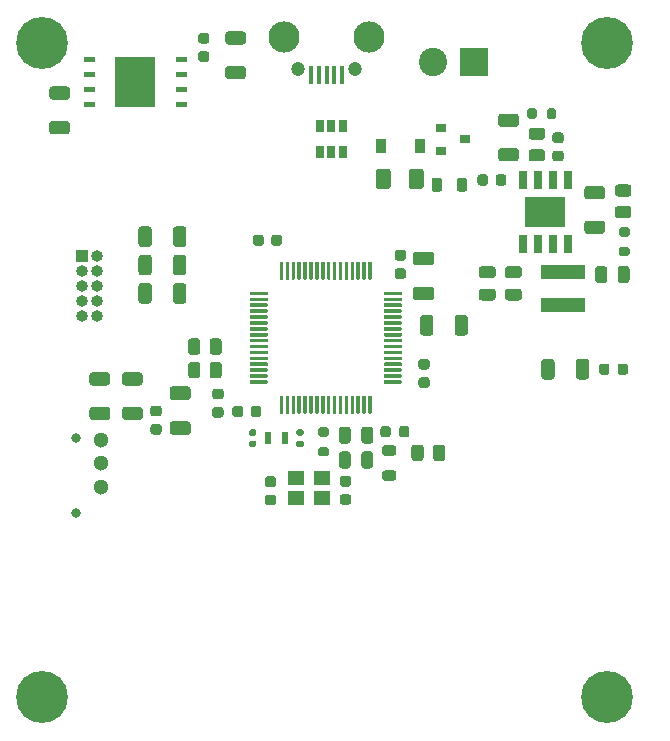
<source format=gbr>
%TF.GenerationSoftware,KiCad,Pcbnew,(5.1.10)-1*%
%TF.CreationDate,2021-09-19T12:36:10+02:00*%
%TF.ProjectId,stm32f446re_carrier_board,73746d33-3266-4343-9436-72655f636172,rev?*%
%TF.SameCoordinates,Original*%
%TF.FileFunction,Soldermask,Top*%
%TF.FilePolarity,Negative*%
%FSLAX46Y46*%
G04 Gerber Fmt 4.6, Leading zero omitted, Abs format (unit mm)*
G04 Created by KiCad (PCBNEW (5.1.10)-1) date 2021-09-19 12:36:10*
%MOMM*%
%LPD*%
G01*
G04 APERTURE LIST*
%ADD10R,3.400000X4.300000*%
%ADD11C,0.800000*%
%ADD12C,1.300000*%
%ADD13R,0.600000X1.100000*%
%ADD14R,1.400000X1.200000*%
%ADD15O,1.000000X1.000000*%
%ADD16R,1.000000X1.000000*%
%ADD17R,3.700000X1.200000*%
%ADD18C,2.400000*%
%ADD19R,2.400000X2.400000*%
%ADD20C,0.700000*%
%ADD21C,4.400000*%
%ADD22R,0.900000X1.200000*%
%ADD23R,0.650000X1.060000*%
%ADD24R,0.900000X0.800000*%
%ADD25R,0.400000X1.600000*%
%ADD26C,2.640000*%
%ADD27C,1.200000*%
%ADD28R,0.700000X1.525000*%
%ADD29R,3.450000X2.560000*%
G04 APERTURE END LIST*
%TO.C,R19*%
G36*
G01*
X115074999Y-71400000D02*
X116325001Y-71400000D01*
G75*
G02*
X116575000Y-71649999I0J-249999D01*
G01*
X116575000Y-72275001D01*
G75*
G02*
X116325001Y-72525000I-249999J0D01*
G01*
X115074999Y-72525000D01*
G75*
G02*
X114825000Y-72275001I0J249999D01*
G01*
X114825000Y-71649999D01*
G75*
G02*
X115074999Y-71400000I249999J0D01*
G01*
G37*
G36*
G01*
X115074999Y-68475000D02*
X116325001Y-68475000D01*
G75*
G02*
X116575000Y-68724999I0J-249999D01*
G01*
X116575000Y-69350001D01*
G75*
G02*
X116325001Y-69600000I-249999J0D01*
G01*
X115074999Y-69600000D01*
G75*
G02*
X114825000Y-69350001I0J249999D01*
G01*
X114825000Y-68724999D01*
G75*
G02*
X115074999Y-68475000I249999J0D01*
G01*
G37*
%TD*%
%TO.C,R18*%
G36*
G01*
X131225001Y-64937500D02*
X129974999Y-64937500D01*
G75*
G02*
X129725000Y-64687501I0J249999D01*
G01*
X129725000Y-64062499D01*
G75*
G02*
X129974999Y-63812500I249999J0D01*
G01*
X131225001Y-63812500D01*
G75*
G02*
X131475000Y-64062499I0J-249999D01*
G01*
X131475000Y-64687501D01*
G75*
G02*
X131225001Y-64937500I-249999J0D01*
G01*
G37*
G36*
G01*
X131225001Y-67862500D02*
X129974999Y-67862500D01*
G75*
G02*
X129725000Y-67612501I0J249999D01*
G01*
X129725000Y-66987499D01*
G75*
G02*
X129974999Y-66737500I249999J0D01*
G01*
X131225001Y-66737500D01*
G75*
G02*
X131475000Y-66987499I0J-249999D01*
G01*
X131475000Y-67612501D01*
G75*
G02*
X131225001Y-67862500I-249999J0D01*
G01*
G37*
%TD*%
%TO.C,C20*%
G36*
G01*
X128150000Y-64850000D02*
X127650000Y-64850000D01*
G75*
G02*
X127425000Y-64625000I0J225000D01*
G01*
X127425000Y-64175000D01*
G75*
G02*
X127650000Y-63950000I225000J0D01*
G01*
X128150000Y-63950000D01*
G75*
G02*
X128375000Y-64175000I0J-225000D01*
G01*
X128375000Y-64625000D01*
G75*
G02*
X128150000Y-64850000I-225000J0D01*
G01*
G37*
G36*
G01*
X128150000Y-66400000D02*
X127650000Y-66400000D01*
G75*
G02*
X127425000Y-66175000I0J225000D01*
G01*
X127425000Y-65725000D01*
G75*
G02*
X127650000Y-65500000I225000J0D01*
G01*
X128150000Y-65500000D01*
G75*
G02*
X128375000Y-65725000I0J-225000D01*
G01*
X128375000Y-66175000D01*
G75*
G02*
X128150000Y-66400000I-225000J0D01*
G01*
G37*
%TD*%
%TO.C,U3*%
G36*
G01*
X117735000Y-67619000D02*
X117735000Y-67311000D01*
G75*
G02*
X117801000Y-67245000I66000J0D01*
G01*
X118609000Y-67245000D01*
G75*
G02*
X118675000Y-67311000I0J-66000D01*
G01*
X118675000Y-67619000D01*
G75*
G02*
X118609000Y-67685000I-66000J0D01*
G01*
X117801000Y-67685000D01*
G75*
G02*
X117735000Y-67619000I0J66000D01*
G01*
G37*
G36*
G01*
X117735000Y-68889000D02*
X117735000Y-68581000D01*
G75*
G02*
X117801000Y-68515000I66000J0D01*
G01*
X118609000Y-68515000D01*
G75*
G02*
X118675000Y-68581000I0J-66000D01*
G01*
X118675000Y-68889000D01*
G75*
G02*
X118609000Y-68955000I-66000J0D01*
G01*
X117801000Y-68955000D01*
G75*
G02*
X117735000Y-68889000I0J66000D01*
G01*
G37*
G36*
G01*
X117735000Y-70159000D02*
X117735000Y-69851000D01*
G75*
G02*
X117801000Y-69785000I66000J0D01*
G01*
X118609000Y-69785000D01*
G75*
G02*
X118675000Y-69851000I0J-66000D01*
G01*
X118675000Y-70159000D01*
G75*
G02*
X118609000Y-70225000I-66000J0D01*
G01*
X117801000Y-70225000D01*
G75*
G02*
X117735000Y-70159000I0J66000D01*
G01*
G37*
G36*
G01*
X117735000Y-66349000D02*
X117735000Y-66041000D01*
G75*
G02*
X117801000Y-65975000I66000J0D01*
G01*
X118609000Y-65975000D01*
G75*
G02*
X118675000Y-66041000I0J-66000D01*
G01*
X118675000Y-66349000D01*
G75*
G02*
X118609000Y-66415000I-66000J0D01*
G01*
X117801000Y-66415000D01*
G75*
G02*
X117735000Y-66349000I0J66000D01*
G01*
G37*
G36*
G01*
X125525000Y-67619000D02*
X125525000Y-67311000D01*
G75*
G02*
X125591000Y-67245000I66000J0D01*
G01*
X126399000Y-67245000D01*
G75*
G02*
X126465000Y-67311000I0J-66000D01*
G01*
X126465000Y-67619000D01*
G75*
G02*
X126399000Y-67685000I-66000J0D01*
G01*
X125591000Y-67685000D01*
G75*
G02*
X125525000Y-67619000I0J66000D01*
G01*
G37*
G36*
G01*
X125525000Y-68889000D02*
X125525000Y-68581000D01*
G75*
G02*
X125591000Y-68515000I66000J0D01*
G01*
X126399000Y-68515000D01*
G75*
G02*
X126465000Y-68581000I0J-66000D01*
G01*
X126465000Y-68889000D01*
G75*
G02*
X126399000Y-68955000I-66000J0D01*
G01*
X125591000Y-68955000D01*
G75*
G02*
X125525000Y-68889000I0J66000D01*
G01*
G37*
G36*
G01*
X125525000Y-70159000D02*
X125525000Y-69851000D01*
G75*
G02*
X125591000Y-69785000I66000J0D01*
G01*
X126399000Y-69785000D01*
G75*
G02*
X126465000Y-69851000I0J-66000D01*
G01*
X126465000Y-70159000D01*
G75*
G02*
X126399000Y-70225000I-66000J0D01*
G01*
X125591000Y-70225000D01*
G75*
G02*
X125525000Y-70159000I0J66000D01*
G01*
G37*
G36*
G01*
X125525000Y-66349000D02*
X125525000Y-66041000D01*
G75*
G02*
X125591000Y-65975000I66000J0D01*
G01*
X126399000Y-65975000D01*
G75*
G02*
X126465000Y-66041000I0J-66000D01*
G01*
X126465000Y-66349000D01*
G75*
G02*
X126399000Y-66415000I-66000J0D01*
G01*
X125591000Y-66415000D01*
G75*
G02*
X125525000Y-66349000I0J66000D01*
G01*
G37*
D10*
X122100000Y-68100000D03*
%TD*%
D11*
%TO.C,SW1*%
X117100000Y-104550000D03*
X117090000Y-98250000D03*
D12*
X119210000Y-100400000D03*
X119210000Y-98400000D03*
X119200000Y-102400000D03*
%TD*%
D13*
%TO.C,Y2*%
X134750000Y-98250000D03*
X133350000Y-98250000D03*
%TD*%
D14*
%TO.C,Y1*%
X135700000Y-101650000D03*
X137900000Y-101650000D03*
X137900000Y-103350000D03*
X135700000Y-103350000D03*
%TD*%
%TO.C,R13*%
G36*
G01*
X156090000Y-70510000D02*
X156090000Y-71060000D01*
G75*
G02*
X155890000Y-71260000I-200000J0D01*
G01*
X155490000Y-71260000D01*
G75*
G02*
X155290000Y-71060000I0J200000D01*
G01*
X155290000Y-70510000D01*
G75*
G02*
X155490000Y-70310000I200000J0D01*
G01*
X155890000Y-70310000D01*
G75*
G02*
X156090000Y-70510000I0J-200000D01*
G01*
G37*
G36*
G01*
X157740000Y-70510000D02*
X157740000Y-71060000D01*
G75*
G02*
X157540000Y-71260000I-200000J0D01*
G01*
X157140000Y-71260000D01*
G75*
G02*
X156940000Y-71060000I0J200000D01*
G01*
X156940000Y-70510000D01*
G75*
G02*
X157140000Y-70310000I200000J0D01*
G01*
X157540000Y-70310000D01*
G75*
G02*
X157740000Y-70510000I0J-200000D01*
G01*
G37*
%TD*%
%TO.C,R12*%
G36*
G01*
X156550001Y-73000000D02*
X155649999Y-73000000D01*
G75*
G02*
X155400000Y-72750001I0J249999D01*
G01*
X155400000Y-72224999D01*
G75*
G02*
X155649999Y-71975000I249999J0D01*
G01*
X156550001Y-71975000D01*
G75*
G02*
X156800000Y-72224999I0J-249999D01*
G01*
X156800000Y-72750001D01*
G75*
G02*
X156550001Y-73000000I-249999J0D01*
G01*
G37*
G36*
G01*
X156550001Y-74825000D02*
X155649999Y-74825000D01*
G75*
G02*
X155400000Y-74575001I0J249999D01*
G01*
X155400000Y-74049999D01*
G75*
G02*
X155649999Y-73800000I249999J0D01*
G01*
X156550001Y-73800000D01*
G75*
G02*
X156800000Y-74049999I0J-249999D01*
G01*
X156800000Y-74575001D01*
G75*
G02*
X156550001Y-74825000I-249999J0D01*
G01*
G37*
%TD*%
%TO.C,R10*%
G36*
G01*
X121229999Y-95597500D02*
X122480001Y-95597500D01*
G75*
G02*
X122730000Y-95847499I0J-249999D01*
G01*
X122730000Y-96472501D01*
G75*
G02*
X122480001Y-96722500I-249999J0D01*
G01*
X121229999Y-96722500D01*
G75*
G02*
X120980000Y-96472501I0J249999D01*
G01*
X120980000Y-95847499D01*
G75*
G02*
X121229999Y-95597500I249999J0D01*
G01*
G37*
G36*
G01*
X121229999Y-92672500D02*
X122480001Y-92672500D01*
G75*
G02*
X122730000Y-92922499I0J-249999D01*
G01*
X122730000Y-93547501D01*
G75*
G02*
X122480001Y-93797500I-249999J0D01*
G01*
X121229999Y-93797500D01*
G75*
G02*
X120980000Y-93547501I0J249999D01*
G01*
X120980000Y-92922499D01*
G75*
G02*
X121229999Y-92672500I249999J0D01*
G01*
G37*
%TD*%
%TO.C,R9*%
G36*
G01*
X125300000Y-86625001D02*
X125300000Y-85374999D01*
G75*
G02*
X125549999Y-85125000I249999J0D01*
G01*
X126175001Y-85125000D01*
G75*
G02*
X126425000Y-85374999I0J-249999D01*
G01*
X126425000Y-86625001D01*
G75*
G02*
X126175001Y-86875000I-249999J0D01*
G01*
X125549999Y-86875000D01*
G75*
G02*
X125300000Y-86625001I0J249999D01*
G01*
G37*
G36*
G01*
X122375000Y-86625001D02*
X122375000Y-85374999D01*
G75*
G02*
X122624999Y-85125000I249999J0D01*
G01*
X123250001Y-85125000D01*
G75*
G02*
X123500000Y-85374999I0J-249999D01*
G01*
X123500000Y-86625001D01*
G75*
G02*
X123250001Y-86875000I-249999J0D01*
G01*
X122624999Y-86875000D01*
G75*
G02*
X122375000Y-86625001I0J249999D01*
G01*
G37*
%TD*%
%TO.C,R8*%
G36*
G01*
X125300000Y-84225001D02*
X125300000Y-82974999D01*
G75*
G02*
X125549999Y-82725000I249999J0D01*
G01*
X126175001Y-82725000D01*
G75*
G02*
X126425000Y-82974999I0J-249999D01*
G01*
X126425000Y-84225001D01*
G75*
G02*
X126175001Y-84475000I-249999J0D01*
G01*
X125549999Y-84475000D01*
G75*
G02*
X125300000Y-84225001I0J249999D01*
G01*
G37*
G36*
G01*
X122375000Y-84225001D02*
X122375000Y-82974999D01*
G75*
G02*
X122624999Y-82725000I249999J0D01*
G01*
X123250001Y-82725000D01*
G75*
G02*
X123500000Y-82974999I0J-249999D01*
G01*
X123500000Y-84225001D01*
G75*
G02*
X123250001Y-84475000I-249999J0D01*
G01*
X122624999Y-84475000D01*
G75*
G02*
X122375000Y-84225001I0J249999D01*
G01*
G37*
%TD*%
%TO.C,R7*%
G36*
G01*
X125300000Y-81825001D02*
X125300000Y-80574999D01*
G75*
G02*
X125549999Y-80325000I249999J0D01*
G01*
X126175001Y-80325000D01*
G75*
G02*
X126425000Y-80574999I0J-249999D01*
G01*
X126425000Y-81825001D01*
G75*
G02*
X126175001Y-82075000I-249999J0D01*
G01*
X125549999Y-82075000D01*
G75*
G02*
X125300000Y-81825001I0J249999D01*
G01*
G37*
G36*
G01*
X122375000Y-81825001D02*
X122375000Y-80574999D01*
G75*
G02*
X122624999Y-80325000I249999J0D01*
G01*
X123250001Y-80325000D01*
G75*
G02*
X123500000Y-80574999I0J-249999D01*
G01*
X123500000Y-81825001D01*
G75*
G02*
X123250001Y-82075000I-249999J0D01*
G01*
X122624999Y-82075000D01*
G75*
G02*
X122375000Y-81825001I0J249999D01*
G01*
G37*
%TD*%
%TO.C,R6*%
G36*
G01*
X127600000Y-92049999D02*
X127600000Y-92950001D01*
G75*
G02*
X127350001Y-93200000I-249999J0D01*
G01*
X126824999Y-93200000D01*
G75*
G02*
X126575000Y-92950001I0J249999D01*
G01*
X126575000Y-92049999D01*
G75*
G02*
X126824999Y-91800000I249999J0D01*
G01*
X127350001Y-91800000D01*
G75*
G02*
X127600000Y-92049999I0J-249999D01*
G01*
G37*
G36*
G01*
X129425000Y-92049999D02*
X129425000Y-92950001D01*
G75*
G02*
X129175001Y-93200000I-249999J0D01*
G01*
X128649999Y-93200000D01*
G75*
G02*
X128400000Y-92950001I0J249999D01*
G01*
X128400000Y-92049999D01*
G75*
G02*
X128649999Y-91800000I249999J0D01*
G01*
X129175001Y-91800000D01*
G75*
G02*
X129425000Y-92049999I0J-249999D01*
G01*
G37*
%TD*%
%TO.C,R5*%
G36*
G01*
X127600000Y-90049999D02*
X127600000Y-90950001D01*
G75*
G02*
X127350001Y-91200000I-249999J0D01*
G01*
X126824999Y-91200000D01*
G75*
G02*
X126575000Y-90950001I0J249999D01*
G01*
X126575000Y-90049999D01*
G75*
G02*
X126824999Y-89800000I249999J0D01*
G01*
X127350001Y-89800000D01*
G75*
G02*
X127600000Y-90049999I0J-249999D01*
G01*
G37*
G36*
G01*
X129425000Y-90049999D02*
X129425000Y-90950001D01*
G75*
G02*
X129175001Y-91200000I-249999J0D01*
G01*
X128649999Y-91200000D01*
G75*
G02*
X128400000Y-90950001I0J249999D01*
G01*
X128400000Y-90049999D01*
G75*
G02*
X128649999Y-89800000I249999J0D01*
G01*
X129175001Y-89800000D01*
G75*
G02*
X129425000Y-90049999I0J-249999D01*
G01*
G37*
%TD*%
%TO.C,R3*%
G36*
G01*
X137775000Y-99000000D02*
X138325000Y-99000000D01*
G75*
G02*
X138525000Y-99200000I0J-200000D01*
G01*
X138525000Y-99600000D01*
G75*
G02*
X138325000Y-99800000I-200000J0D01*
G01*
X137775000Y-99800000D01*
G75*
G02*
X137575000Y-99600000I0J200000D01*
G01*
X137575000Y-99200000D01*
G75*
G02*
X137775000Y-99000000I200000J0D01*
G01*
G37*
G36*
G01*
X137775000Y-97350000D02*
X138325000Y-97350000D01*
G75*
G02*
X138525000Y-97550000I0J-200000D01*
G01*
X138525000Y-97950000D01*
G75*
G02*
X138325000Y-98150000I-200000J0D01*
G01*
X137775000Y-98150000D01*
G75*
G02*
X137575000Y-97950000I0J200000D01*
G01*
X137575000Y-97550000D01*
G75*
G02*
X137775000Y-97350000I200000J0D01*
G01*
G37*
%TD*%
%TO.C,R2*%
G36*
G01*
X146512500Y-99049999D02*
X146512500Y-99950001D01*
G75*
G02*
X146262501Y-100200000I-249999J0D01*
G01*
X145737499Y-100200000D01*
G75*
G02*
X145487500Y-99950001I0J249999D01*
G01*
X145487500Y-99049999D01*
G75*
G02*
X145737499Y-98800000I249999J0D01*
G01*
X146262501Y-98800000D01*
G75*
G02*
X146512500Y-99049999I0J-249999D01*
G01*
G37*
G36*
G01*
X148337500Y-99049999D02*
X148337500Y-99950001D01*
G75*
G02*
X148087501Y-100200000I-249999J0D01*
G01*
X147562499Y-100200000D01*
G75*
G02*
X147312500Y-99950001I0J249999D01*
G01*
X147312500Y-99049999D01*
G75*
G02*
X147562499Y-98800000I249999J0D01*
G01*
X148087501Y-98800000D01*
G75*
G02*
X148337500Y-99049999I0J-249999D01*
G01*
G37*
%TD*%
D15*
%TO.C,J4*%
X118870000Y-87880000D03*
X117600000Y-87880000D03*
X118870000Y-86610000D03*
X117600000Y-86610000D03*
X118870000Y-85340000D03*
X117600000Y-85340000D03*
X118870000Y-84070000D03*
X117600000Y-84070000D03*
X118870000Y-82800000D03*
D16*
X117600000Y-82800000D03*
%TD*%
D17*
%TO.C,L1*%
X158300000Y-87000000D03*
X158300000Y-84200000D03*
%TD*%
%TO.C,R17*%
G36*
G01*
X163850001Y-77800000D02*
X162949999Y-77800000D01*
G75*
G02*
X162700000Y-77550001I0J249999D01*
G01*
X162700000Y-77024999D01*
G75*
G02*
X162949999Y-76775000I249999J0D01*
G01*
X163850001Y-76775000D01*
G75*
G02*
X164100000Y-77024999I0J-249999D01*
G01*
X164100000Y-77550001D01*
G75*
G02*
X163850001Y-77800000I-249999J0D01*
G01*
G37*
G36*
G01*
X163850001Y-79625000D02*
X162949999Y-79625000D01*
G75*
G02*
X162700000Y-79375001I0J249999D01*
G01*
X162700000Y-78849999D01*
G75*
G02*
X162949999Y-78600000I249999J0D01*
G01*
X163850001Y-78600000D01*
G75*
G02*
X164100000Y-78849999I0J-249999D01*
G01*
X164100000Y-79375001D01*
G75*
G02*
X163850001Y-79625000I-249999J0D01*
G01*
G37*
%TD*%
%TO.C,R16*%
G36*
G01*
X157600000Y-91794999D02*
X157600000Y-93045001D01*
G75*
G02*
X157350001Y-93295000I-249999J0D01*
G01*
X156724999Y-93295000D01*
G75*
G02*
X156475000Y-93045001I0J249999D01*
G01*
X156475000Y-91794999D01*
G75*
G02*
X156724999Y-91545000I249999J0D01*
G01*
X157350001Y-91545000D01*
G75*
G02*
X157600000Y-91794999I0J-249999D01*
G01*
G37*
G36*
G01*
X160525000Y-91794999D02*
X160525000Y-93045001D01*
G75*
G02*
X160275001Y-93295000I-249999J0D01*
G01*
X159649999Y-93295000D01*
G75*
G02*
X159400000Y-93045001I0J249999D01*
G01*
X159400000Y-91794999D01*
G75*
G02*
X159649999Y-91545000I249999J0D01*
G01*
X160275001Y-91545000D01*
G75*
G02*
X160525000Y-91794999I0J-249999D01*
G01*
G37*
%TD*%
%TO.C,R15*%
G36*
G01*
X163775000Y-81200000D02*
X163225000Y-81200000D01*
G75*
G02*
X163025000Y-81000000I0J200000D01*
G01*
X163025000Y-80600000D01*
G75*
G02*
X163225000Y-80400000I200000J0D01*
G01*
X163775000Y-80400000D01*
G75*
G02*
X163975000Y-80600000I0J-200000D01*
G01*
X163975000Y-81000000D01*
G75*
G02*
X163775000Y-81200000I-200000J0D01*
G01*
G37*
G36*
G01*
X163775000Y-82850000D02*
X163225000Y-82850000D01*
G75*
G02*
X163025000Y-82650000I0J200000D01*
G01*
X163025000Y-82250000D01*
G75*
G02*
X163225000Y-82050000I200000J0D01*
G01*
X163775000Y-82050000D01*
G75*
G02*
X163975000Y-82250000I0J-200000D01*
G01*
X163975000Y-82650000D01*
G75*
G02*
X163775000Y-82850000I-200000J0D01*
G01*
G37*
%TD*%
%TO.C,R14*%
G36*
G01*
X160374999Y-79842500D02*
X161625001Y-79842500D01*
G75*
G02*
X161875000Y-80092499I0J-249999D01*
G01*
X161875000Y-80717501D01*
G75*
G02*
X161625001Y-80967500I-249999J0D01*
G01*
X160374999Y-80967500D01*
G75*
G02*
X160125000Y-80717501I0J249999D01*
G01*
X160125000Y-80092499D01*
G75*
G02*
X160374999Y-79842500I249999J0D01*
G01*
G37*
G36*
G01*
X160374999Y-76917500D02*
X161625001Y-76917500D01*
G75*
G02*
X161875000Y-77167499I0J-249999D01*
G01*
X161875000Y-77792501D01*
G75*
G02*
X161625001Y-78042500I-249999J0D01*
G01*
X160374999Y-78042500D01*
G75*
G02*
X160125000Y-77792501I0J249999D01*
G01*
X160125000Y-77167499D01*
G75*
G02*
X160374999Y-76917500I249999J0D01*
G01*
G37*
%TD*%
%TO.C,R11*%
G36*
G01*
X153074999Y-73700000D02*
X154325001Y-73700000D01*
G75*
G02*
X154575000Y-73949999I0J-249999D01*
G01*
X154575000Y-74575001D01*
G75*
G02*
X154325001Y-74825000I-249999J0D01*
G01*
X153074999Y-74825000D01*
G75*
G02*
X152825000Y-74575001I0J249999D01*
G01*
X152825000Y-73949999D01*
G75*
G02*
X153074999Y-73700000I249999J0D01*
G01*
G37*
G36*
G01*
X153074999Y-70775000D02*
X154325001Y-70775000D01*
G75*
G02*
X154575000Y-71024999I0J-249999D01*
G01*
X154575000Y-71650001D01*
G75*
G02*
X154325001Y-71900000I-249999J0D01*
G01*
X153074999Y-71900000D01*
G75*
G02*
X152825000Y-71650001I0J249999D01*
G01*
X152825000Y-71024999D01*
G75*
G02*
X153074999Y-70775000I249999J0D01*
G01*
G37*
%TD*%
%TO.C,R4*%
G36*
G01*
X149137500Y-89325001D02*
X149137500Y-88074999D01*
G75*
G02*
X149387499Y-87825000I249999J0D01*
G01*
X150012501Y-87825000D01*
G75*
G02*
X150262500Y-88074999I0J-249999D01*
G01*
X150262500Y-89325001D01*
G75*
G02*
X150012501Y-89575000I-249999J0D01*
G01*
X149387499Y-89575000D01*
G75*
G02*
X149137500Y-89325001I0J249999D01*
G01*
G37*
G36*
G01*
X146212500Y-89325001D02*
X146212500Y-88074999D01*
G75*
G02*
X146462499Y-87825000I249999J0D01*
G01*
X147087501Y-87825000D01*
G75*
G02*
X147337500Y-88074999I0J-249999D01*
G01*
X147337500Y-89325001D01*
G75*
G02*
X147087501Y-89575000I-249999J0D01*
G01*
X146462499Y-89575000D01*
G75*
G02*
X146212500Y-89325001I0J249999D01*
G01*
G37*
%TD*%
%TO.C,R1*%
G36*
G01*
X119725001Y-93800000D02*
X118474999Y-93800000D01*
G75*
G02*
X118225000Y-93550001I0J249999D01*
G01*
X118225000Y-92924999D01*
G75*
G02*
X118474999Y-92675000I249999J0D01*
G01*
X119725001Y-92675000D01*
G75*
G02*
X119975000Y-92924999I0J-249999D01*
G01*
X119975000Y-93550001D01*
G75*
G02*
X119725001Y-93800000I-249999J0D01*
G01*
G37*
G36*
G01*
X119725001Y-96725000D02*
X118474999Y-96725000D01*
G75*
G02*
X118225000Y-96475001I0J249999D01*
G01*
X118225000Y-95849999D01*
G75*
G02*
X118474999Y-95600000I249999J0D01*
G01*
X119725001Y-95600000D01*
G75*
G02*
X119975000Y-95849999I0J-249999D01*
G01*
X119975000Y-96475001D01*
G75*
G02*
X119725001Y-96725000I-249999J0D01*
G01*
G37*
%TD*%
D18*
%TO.C,J1*%
X147300000Y-66400000D03*
D19*
X150800000Y-66400000D03*
%TD*%
D20*
%TO.C,H4*%
X115366726Y-119033274D03*
X114200000Y-118550000D03*
X113033274Y-119033274D03*
X112550000Y-120200000D03*
X113033274Y-121366726D03*
X114200000Y-121850000D03*
X115366726Y-121366726D03*
X115850000Y-120200000D03*
D21*
X114200000Y-120200000D03*
%TD*%
D20*
%TO.C,H3*%
X163166726Y-119033274D03*
X162000000Y-118550000D03*
X160833274Y-119033274D03*
X160350000Y-120200000D03*
X160833274Y-121366726D03*
X162000000Y-121850000D03*
X163166726Y-121366726D03*
X163650000Y-120200000D03*
D21*
X162000000Y-120200000D03*
%TD*%
D20*
%TO.C,H2*%
X115366726Y-63633274D03*
X114200000Y-63150000D03*
X113033274Y-63633274D03*
X112550000Y-64800000D03*
X113033274Y-65966726D03*
X114200000Y-66450000D03*
X115366726Y-65966726D03*
X115850000Y-64800000D03*
D21*
X114200000Y-64800000D03*
%TD*%
D20*
%TO.C,H1*%
X163166726Y-63633274D03*
X162000000Y-63150000D03*
X160833274Y-63633274D03*
X160350000Y-64800000D03*
X160833274Y-65966726D03*
X162000000Y-66450000D03*
X163166726Y-65966726D03*
X163650000Y-64800000D03*
D21*
X162000000Y-64800000D03*
%TD*%
%TO.C,FB2*%
G36*
G01*
X143218750Y-100987500D02*
X143981250Y-100987500D01*
G75*
G02*
X144200000Y-101206250I0J-218750D01*
G01*
X144200000Y-101643750D01*
G75*
G02*
X143981250Y-101862500I-218750J0D01*
G01*
X143218750Y-101862500D01*
G75*
G02*
X143000000Y-101643750I0J218750D01*
G01*
X143000000Y-101206250D01*
G75*
G02*
X143218750Y-100987500I218750J0D01*
G01*
G37*
G36*
G01*
X143218750Y-98862500D02*
X143981250Y-98862500D01*
G75*
G02*
X144200000Y-99081250I0J-218750D01*
G01*
X144200000Y-99518750D01*
G75*
G02*
X143981250Y-99737500I-218750J0D01*
G01*
X143218750Y-99737500D01*
G75*
G02*
X143000000Y-99518750I0J218750D01*
G01*
X143000000Y-99081250D01*
G75*
G02*
X143218750Y-98862500I218750J0D01*
G01*
G37*
%TD*%
%TO.C,FB1*%
G36*
G01*
X148075000Y-76418750D02*
X148075000Y-77181250D01*
G75*
G02*
X147856250Y-77400000I-218750J0D01*
G01*
X147418750Y-77400000D01*
G75*
G02*
X147200000Y-77181250I0J218750D01*
G01*
X147200000Y-76418750D01*
G75*
G02*
X147418750Y-76200000I218750J0D01*
G01*
X147856250Y-76200000D01*
G75*
G02*
X148075000Y-76418750I0J-218750D01*
G01*
G37*
G36*
G01*
X150200000Y-76418750D02*
X150200000Y-77181250D01*
G75*
G02*
X149981250Y-77400000I-218750J0D01*
G01*
X149543750Y-77400000D01*
G75*
G02*
X149325000Y-77181250I0J218750D01*
G01*
X149325000Y-76418750D01*
G75*
G02*
X149543750Y-76200000I218750J0D01*
G01*
X149981250Y-76200000D01*
G75*
G02*
X150200000Y-76418750I0J-218750D01*
G01*
G37*
%TD*%
%TO.C,F1*%
G36*
G01*
X145275000Y-76925000D02*
X145275000Y-75675000D01*
G75*
G02*
X145525000Y-75425000I250000J0D01*
G01*
X146275000Y-75425000D01*
G75*
G02*
X146525000Y-75675000I0J-250000D01*
G01*
X146525000Y-76925000D01*
G75*
G02*
X146275000Y-77175000I-250000J0D01*
G01*
X145525000Y-77175000D01*
G75*
G02*
X145275000Y-76925000I0J250000D01*
G01*
G37*
G36*
G01*
X142475000Y-76925000D02*
X142475000Y-75675000D01*
G75*
G02*
X142725000Y-75425000I250000J0D01*
G01*
X143475000Y-75425000D01*
G75*
G02*
X143725000Y-75675000I0J-250000D01*
G01*
X143725000Y-76925000D01*
G75*
G02*
X143475000Y-77175000I-250000J0D01*
G01*
X142725000Y-77175000D01*
G75*
G02*
X142475000Y-76925000I0J250000D01*
G01*
G37*
%TD*%
%TO.C,D3*%
G36*
G01*
X162950000Y-92676250D02*
X162950000Y-92163750D01*
G75*
G02*
X163168750Y-91945000I218750J0D01*
G01*
X163606250Y-91945000D01*
G75*
G02*
X163825000Y-92163750I0J-218750D01*
G01*
X163825000Y-92676250D01*
G75*
G02*
X163606250Y-92895000I-218750J0D01*
G01*
X163168750Y-92895000D01*
G75*
G02*
X162950000Y-92676250I0J218750D01*
G01*
G37*
G36*
G01*
X161375000Y-92676250D02*
X161375000Y-92163750D01*
G75*
G02*
X161593750Y-91945000I218750J0D01*
G01*
X162031250Y-91945000D01*
G75*
G02*
X162250000Y-92163750I0J-218750D01*
G01*
X162250000Y-92676250D01*
G75*
G02*
X162031250Y-92895000I-218750J0D01*
G01*
X161593750Y-92895000D01*
G75*
G02*
X161375000Y-92676250I0J218750D01*
G01*
G37*
%TD*%
D22*
%TO.C,D2*%
X142900000Y-73500000D03*
X146200000Y-73500000D03*
%TD*%
%TO.C,D1*%
G36*
G01*
X143737500Y-97443750D02*
X143737500Y-97956250D01*
G75*
G02*
X143518750Y-98175000I-218750J0D01*
G01*
X143081250Y-98175000D01*
G75*
G02*
X142862500Y-97956250I0J218750D01*
G01*
X142862500Y-97443750D01*
G75*
G02*
X143081250Y-97225000I218750J0D01*
G01*
X143518750Y-97225000D01*
G75*
G02*
X143737500Y-97443750I0J-218750D01*
G01*
G37*
G36*
G01*
X145312500Y-97443750D02*
X145312500Y-97956250D01*
G75*
G02*
X145093750Y-98175000I-218750J0D01*
G01*
X144656250Y-98175000D01*
G75*
G02*
X144437500Y-97956250I0J218750D01*
G01*
X144437500Y-97443750D01*
G75*
G02*
X144656250Y-97225000I218750J0D01*
G01*
X145093750Y-97225000D01*
G75*
G02*
X145312500Y-97443750I0J-218750D01*
G01*
G37*
%TD*%
%TO.C,C19*%
G36*
G01*
X135880000Y-98460000D02*
X136220000Y-98460000D01*
G75*
G02*
X136360000Y-98600000I0J-140000D01*
G01*
X136360000Y-98880000D01*
G75*
G02*
X136220000Y-99020000I-140000J0D01*
G01*
X135880000Y-99020000D01*
G75*
G02*
X135740000Y-98880000I0J140000D01*
G01*
X135740000Y-98600000D01*
G75*
G02*
X135880000Y-98460000I140000J0D01*
G01*
G37*
G36*
G01*
X135880000Y-97500000D02*
X136220000Y-97500000D01*
G75*
G02*
X136360000Y-97640000I0J-140000D01*
G01*
X136360000Y-97920000D01*
G75*
G02*
X136220000Y-98060000I-140000J0D01*
G01*
X135880000Y-98060000D01*
G75*
G02*
X135740000Y-97920000I0J140000D01*
G01*
X135740000Y-97640000D01*
G75*
G02*
X135880000Y-97500000I140000J0D01*
G01*
G37*
%TD*%
%TO.C,C18*%
G36*
G01*
X131880000Y-98460000D02*
X132220000Y-98460000D01*
G75*
G02*
X132360000Y-98600000I0J-140000D01*
G01*
X132360000Y-98880000D01*
G75*
G02*
X132220000Y-99020000I-140000J0D01*
G01*
X131880000Y-99020000D01*
G75*
G02*
X131740000Y-98880000I0J140000D01*
G01*
X131740000Y-98600000D01*
G75*
G02*
X131880000Y-98460000I140000J0D01*
G01*
G37*
G36*
G01*
X131880000Y-97500000D02*
X132220000Y-97500000D01*
G75*
G02*
X132360000Y-97640000I0J-140000D01*
G01*
X132360000Y-97920000D01*
G75*
G02*
X132220000Y-98060000I-140000J0D01*
G01*
X131880000Y-98060000D01*
G75*
G02*
X131740000Y-97920000I0J140000D01*
G01*
X131740000Y-97640000D01*
G75*
G02*
X131880000Y-97500000I140000J0D01*
G01*
G37*
%TD*%
%TO.C,C17*%
G36*
G01*
X162050000Y-83925000D02*
X162050000Y-84875000D01*
G75*
G02*
X161800000Y-85125000I-250000J0D01*
G01*
X161300000Y-85125000D01*
G75*
G02*
X161050000Y-84875000I0J250000D01*
G01*
X161050000Y-83925000D01*
G75*
G02*
X161300000Y-83675000I250000J0D01*
G01*
X161800000Y-83675000D01*
G75*
G02*
X162050000Y-83925000I0J-250000D01*
G01*
G37*
G36*
G01*
X163950000Y-83925000D02*
X163950000Y-84875000D01*
G75*
G02*
X163700000Y-85125000I-250000J0D01*
G01*
X163200000Y-85125000D01*
G75*
G02*
X162950000Y-84875000I0J250000D01*
G01*
X162950000Y-83925000D01*
G75*
G02*
X163200000Y-83675000I250000J0D01*
G01*
X163700000Y-83675000D01*
G75*
G02*
X163950000Y-83925000I0J-250000D01*
G01*
G37*
%TD*%
%TO.C,C16*%
G36*
G01*
X158150000Y-73275000D02*
X157650000Y-73275000D01*
G75*
G02*
X157425000Y-73050000I0J225000D01*
G01*
X157425000Y-72600000D01*
G75*
G02*
X157650000Y-72375000I225000J0D01*
G01*
X158150000Y-72375000D01*
G75*
G02*
X158375000Y-72600000I0J-225000D01*
G01*
X158375000Y-73050000D01*
G75*
G02*
X158150000Y-73275000I-225000J0D01*
G01*
G37*
G36*
G01*
X158150000Y-74825000D02*
X157650000Y-74825000D01*
G75*
G02*
X157425000Y-74600000I0J225000D01*
G01*
X157425000Y-74150000D01*
G75*
G02*
X157650000Y-73925000I225000J0D01*
G01*
X158150000Y-73925000D01*
G75*
G02*
X158375000Y-74150000I0J-225000D01*
G01*
X158375000Y-74600000D01*
G75*
G02*
X158150000Y-74825000I-225000J0D01*
G01*
G37*
%TD*%
%TO.C,C15*%
G36*
G01*
X151975000Y-76150000D02*
X151975000Y-76650000D01*
G75*
G02*
X151750000Y-76875000I-225000J0D01*
G01*
X151300000Y-76875000D01*
G75*
G02*
X151075000Y-76650000I0J225000D01*
G01*
X151075000Y-76150000D01*
G75*
G02*
X151300000Y-75925000I225000J0D01*
G01*
X151750000Y-75925000D01*
G75*
G02*
X151975000Y-76150000I0J-225000D01*
G01*
G37*
G36*
G01*
X153525000Y-76150000D02*
X153525000Y-76650000D01*
G75*
G02*
X153300000Y-76875000I-225000J0D01*
G01*
X152850000Y-76875000D01*
G75*
G02*
X152625000Y-76650000I0J225000D01*
G01*
X152625000Y-76150000D01*
G75*
G02*
X152850000Y-75925000I225000J0D01*
G01*
X153300000Y-75925000D01*
G75*
G02*
X153525000Y-76150000I0J-225000D01*
G01*
G37*
%TD*%
%TO.C,C14*%
G36*
G01*
X152375000Y-84700000D02*
X151425000Y-84700000D01*
G75*
G02*
X151175000Y-84450000I0J250000D01*
G01*
X151175000Y-83950000D01*
G75*
G02*
X151425000Y-83700000I250000J0D01*
G01*
X152375000Y-83700000D01*
G75*
G02*
X152625000Y-83950000I0J-250000D01*
G01*
X152625000Y-84450000D01*
G75*
G02*
X152375000Y-84700000I-250000J0D01*
G01*
G37*
G36*
G01*
X152375000Y-86600000D02*
X151425000Y-86600000D01*
G75*
G02*
X151175000Y-86350000I0J250000D01*
G01*
X151175000Y-85850000D01*
G75*
G02*
X151425000Y-85600000I250000J0D01*
G01*
X152375000Y-85600000D01*
G75*
G02*
X152625000Y-85850000I0J-250000D01*
G01*
X152625000Y-86350000D01*
G75*
G02*
X152375000Y-86600000I-250000J0D01*
G01*
G37*
%TD*%
%TO.C,C13*%
G36*
G01*
X153640000Y-85600000D02*
X154590000Y-85600000D01*
G75*
G02*
X154840000Y-85850000I0J-250000D01*
G01*
X154840000Y-86350000D01*
G75*
G02*
X154590000Y-86600000I-250000J0D01*
G01*
X153640000Y-86600000D01*
G75*
G02*
X153390000Y-86350000I0J250000D01*
G01*
X153390000Y-85850000D01*
G75*
G02*
X153640000Y-85600000I250000J0D01*
G01*
G37*
G36*
G01*
X153640000Y-83700000D02*
X154590000Y-83700000D01*
G75*
G02*
X154840000Y-83950000I0J-250000D01*
G01*
X154840000Y-84450000D01*
G75*
G02*
X154590000Y-84700000I-250000J0D01*
G01*
X153640000Y-84700000D01*
G75*
G02*
X153390000Y-84450000I0J250000D01*
G01*
X153390000Y-83950000D01*
G75*
G02*
X153640000Y-83700000I250000J0D01*
G01*
G37*
%TD*%
%TO.C,C12*%
G36*
G01*
X139650000Y-103000000D02*
X140150000Y-103000000D01*
G75*
G02*
X140375000Y-103225000I0J-225000D01*
G01*
X140375000Y-103675000D01*
G75*
G02*
X140150000Y-103900000I-225000J0D01*
G01*
X139650000Y-103900000D01*
G75*
G02*
X139425000Y-103675000I0J225000D01*
G01*
X139425000Y-103225000D01*
G75*
G02*
X139650000Y-103000000I225000J0D01*
G01*
G37*
G36*
G01*
X139650000Y-101450000D02*
X140150000Y-101450000D01*
G75*
G02*
X140375000Y-101675000I0J-225000D01*
G01*
X140375000Y-102125000D01*
G75*
G02*
X140150000Y-102350000I-225000J0D01*
G01*
X139650000Y-102350000D01*
G75*
G02*
X139425000Y-102125000I0J225000D01*
G01*
X139425000Y-101675000D01*
G75*
G02*
X139650000Y-101450000I225000J0D01*
G01*
G37*
%TD*%
%TO.C,C11*%
G36*
G01*
X124110000Y-96415000D02*
X123610000Y-96415000D01*
G75*
G02*
X123385000Y-96190000I0J225000D01*
G01*
X123385000Y-95740000D01*
G75*
G02*
X123610000Y-95515000I225000J0D01*
G01*
X124110000Y-95515000D01*
G75*
G02*
X124335000Y-95740000I0J-225000D01*
G01*
X124335000Y-96190000D01*
G75*
G02*
X124110000Y-96415000I-225000J0D01*
G01*
G37*
G36*
G01*
X124110000Y-97965000D02*
X123610000Y-97965000D01*
G75*
G02*
X123385000Y-97740000I0J225000D01*
G01*
X123385000Y-97290000D01*
G75*
G02*
X123610000Y-97065000I225000J0D01*
G01*
X124110000Y-97065000D01*
G75*
G02*
X124335000Y-97290000I0J-225000D01*
G01*
X124335000Y-97740000D01*
G75*
G02*
X124110000Y-97965000I-225000J0D01*
G01*
G37*
%TD*%
%TO.C,C10*%
G36*
G01*
X133800000Y-102395000D02*
X133300000Y-102395000D01*
G75*
G02*
X133075000Y-102170000I0J225000D01*
G01*
X133075000Y-101720000D01*
G75*
G02*
X133300000Y-101495000I225000J0D01*
G01*
X133800000Y-101495000D01*
G75*
G02*
X134025000Y-101720000I0J-225000D01*
G01*
X134025000Y-102170000D01*
G75*
G02*
X133800000Y-102395000I-225000J0D01*
G01*
G37*
G36*
G01*
X133800000Y-103945000D02*
X133300000Y-103945000D01*
G75*
G02*
X133075000Y-103720000I0J225000D01*
G01*
X133075000Y-103270000D01*
G75*
G02*
X133300000Y-103045000I225000J0D01*
G01*
X133800000Y-103045000D01*
G75*
G02*
X134025000Y-103270000I0J-225000D01*
G01*
X134025000Y-103720000D01*
G75*
G02*
X133800000Y-103945000I-225000J0D01*
G01*
G37*
%TD*%
%TO.C,C9*%
G36*
G01*
X140350000Y-97525000D02*
X140350000Y-98475000D01*
G75*
G02*
X140100000Y-98725000I-250000J0D01*
G01*
X139600000Y-98725000D01*
G75*
G02*
X139350000Y-98475000I0J250000D01*
G01*
X139350000Y-97525000D01*
G75*
G02*
X139600000Y-97275000I250000J0D01*
G01*
X140100000Y-97275000D01*
G75*
G02*
X140350000Y-97525000I0J-250000D01*
G01*
G37*
G36*
G01*
X142250000Y-97525000D02*
X142250000Y-98475000D01*
G75*
G02*
X142000000Y-98725000I-250000J0D01*
G01*
X141500000Y-98725000D01*
G75*
G02*
X141250000Y-98475000I0J250000D01*
G01*
X141250000Y-97525000D01*
G75*
G02*
X141500000Y-97275000I250000J0D01*
G01*
X142000000Y-97275000D01*
G75*
G02*
X142250000Y-97525000I0J-250000D01*
G01*
G37*
%TD*%
%TO.C,C8*%
G36*
G01*
X140350000Y-99625000D02*
X140350000Y-100575000D01*
G75*
G02*
X140100000Y-100825000I-250000J0D01*
G01*
X139600000Y-100825000D01*
G75*
G02*
X139350000Y-100575000I0J250000D01*
G01*
X139350000Y-99625000D01*
G75*
G02*
X139600000Y-99375000I250000J0D01*
G01*
X140100000Y-99375000D01*
G75*
G02*
X140350000Y-99625000I0J-250000D01*
G01*
G37*
G36*
G01*
X142250000Y-99625000D02*
X142250000Y-100575000D01*
G75*
G02*
X142000000Y-100825000I-250000J0D01*
G01*
X141500000Y-100825000D01*
G75*
G02*
X141250000Y-100575000I0J250000D01*
G01*
X141250000Y-99625000D01*
G75*
G02*
X141500000Y-99375000I250000J0D01*
G01*
X142000000Y-99375000D01*
G75*
G02*
X142250000Y-99625000I0J-250000D01*
G01*
G37*
%TD*%
%TO.C,C7*%
G36*
G01*
X128850000Y-95625000D02*
X129350000Y-95625000D01*
G75*
G02*
X129575000Y-95850000I0J-225000D01*
G01*
X129575000Y-96300000D01*
G75*
G02*
X129350000Y-96525000I-225000J0D01*
G01*
X128850000Y-96525000D01*
G75*
G02*
X128625000Y-96300000I0J225000D01*
G01*
X128625000Y-95850000D01*
G75*
G02*
X128850000Y-95625000I225000J0D01*
G01*
G37*
G36*
G01*
X128850000Y-94075000D02*
X129350000Y-94075000D01*
G75*
G02*
X129575000Y-94300000I0J-225000D01*
G01*
X129575000Y-94750000D01*
G75*
G02*
X129350000Y-94975000I-225000J0D01*
G01*
X128850000Y-94975000D01*
G75*
G02*
X128625000Y-94750000I0J225000D01*
G01*
X128625000Y-94300000D01*
G75*
G02*
X128850000Y-94075000I225000J0D01*
G01*
G37*
%TD*%
%TO.C,C6*%
G36*
G01*
X132975000Y-81250000D02*
X132975000Y-81750000D01*
G75*
G02*
X132750000Y-81975000I-225000J0D01*
G01*
X132300000Y-81975000D01*
G75*
G02*
X132075000Y-81750000I0J225000D01*
G01*
X132075000Y-81250000D01*
G75*
G02*
X132300000Y-81025000I225000J0D01*
G01*
X132750000Y-81025000D01*
G75*
G02*
X132975000Y-81250000I0J-225000D01*
G01*
G37*
G36*
G01*
X134525000Y-81250000D02*
X134525000Y-81750000D01*
G75*
G02*
X134300000Y-81975000I-225000J0D01*
G01*
X133850000Y-81975000D01*
G75*
G02*
X133625000Y-81750000I0J225000D01*
G01*
X133625000Y-81250000D01*
G75*
G02*
X133850000Y-81025000I225000J0D01*
G01*
X134300000Y-81025000D01*
G75*
G02*
X134525000Y-81250000I0J-225000D01*
G01*
G37*
%TD*%
%TO.C,C5*%
G36*
G01*
X144800000Y-83225000D02*
X144300000Y-83225000D01*
G75*
G02*
X144075000Y-83000000I0J225000D01*
G01*
X144075000Y-82550000D01*
G75*
G02*
X144300000Y-82325000I225000J0D01*
G01*
X144800000Y-82325000D01*
G75*
G02*
X145025000Y-82550000I0J-225000D01*
G01*
X145025000Y-83000000D01*
G75*
G02*
X144800000Y-83225000I-225000J0D01*
G01*
G37*
G36*
G01*
X144800000Y-84775000D02*
X144300000Y-84775000D01*
G75*
G02*
X144075000Y-84550000I0J225000D01*
G01*
X144075000Y-84100000D01*
G75*
G02*
X144300000Y-83875000I225000J0D01*
G01*
X144800000Y-83875000D01*
G75*
G02*
X145025000Y-84100000I0J-225000D01*
G01*
X145025000Y-84550000D01*
G75*
G02*
X144800000Y-84775000I-225000J0D01*
G01*
G37*
%TD*%
%TO.C,C4*%
G36*
G01*
X147150001Y-83625000D02*
X145849999Y-83625000D01*
G75*
G02*
X145600000Y-83375001I0J249999D01*
G01*
X145600000Y-82724999D01*
G75*
G02*
X145849999Y-82475000I249999J0D01*
G01*
X147150001Y-82475000D01*
G75*
G02*
X147400000Y-82724999I0J-249999D01*
G01*
X147400000Y-83375001D01*
G75*
G02*
X147150001Y-83625000I-249999J0D01*
G01*
G37*
G36*
G01*
X147150001Y-86575000D02*
X145849999Y-86575000D01*
G75*
G02*
X145600000Y-86325001I0J249999D01*
G01*
X145600000Y-85674999D01*
G75*
G02*
X145849999Y-85425000I249999J0D01*
G01*
X147150001Y-85425000D01*
G75*
G02*
X147400000Y-85674999I0J-249999D01*
G01*
X147400000Y-86325001D01*
G75*
G02*
X147150001Y-86575000I-249999J0D01*
G01*
G37*
%TD*%
%TO.C,C3*%
G36*
G01*
X146300000Y-93100000D02*
X146800000Y-93100000D01*
G75*
G02*
X147025000Y-93325000I0J-225000D01*
G01*
X147025000Y-93775000D01*
G75*
G02*
X146800000Y-94000000I-225000J0D01*
G01*
X146300000Y-94000000D01*
G75*
G02*
X146075000Y-93775000I0J225000D01*
G01*
X146075000Y-93325000D01*
G75*
G02*
X146300000Y-93100000I225000J0D01*
G01*
G37*
G36*
G01*
X146300000Y-91550000D02*
X146800000Y-91550000D01*
G75*
G02*
X147025000Y-91775000I0J-225000D01*
G01*
X147025000Y-92225000D01*
G75*
G02*
X146800000Y-92450000I-225000J0D01*
G01*
X146300000Y-92450000D01*
G75*
G02*
X146075000Y-92225000I0J225000D01*
G01*
X146075000Y-91775000D01*
G75*
G02*
X146300000Y-91550000I225000J0D01*
G01*
G37*
%TD*%
%TO.C,C2*%
G36*
G01*
X131225000Y-95750000D02*
X131225000Y-96250000D01*
G75*
G02*
X131000000Y-96475000I-225000J0D01*
G01*
X130550000Y-96475000D01*
G75*
G02*
X130325000Y-96250000I0J225000D01*
G01*
X130325000Y-95750000D01*
G75*
G02*
X130550000Y-95525000I225000J0D01*
G01*
X131000000Y-95525000D01*
G75*
G02*
X131225000Y-95750000I0J-225000D01*
G01*
G37*
G36*
G01*
X132775000Y-95750000D02*
X132775000Y-96250000D01*
G75*
G02*
X132550000Y-96475000I-225000J0D01*
G01*
X132100000Y-96475000D01*
G75*
G02*
X131875000Y-96250000I0J225000D01*
G01*
X131875000Y-95750000D01*
G75*
G02*
X132100000Y-95525000I225000J0D01*
G01*
X132550000Y-95525000D01*
G75*
G02*
X132775000Y-95750000I0J-225000D01*
G01*
G37*
%TD*%
%TO.C,C1*%
G36*
G01*
X125249999Y-96825000D02*
X126550001Y-96825000D01*
G75*
G02*
X126800000Y-97074999I0J-249999D01*
G01*
X126800000Y-97725001D01*
G75*
G02*
X126550001Y-97975000I-249999J0D01*
G01*
X125249999Y-97975000D01*
G75*
G02*
X125000000Y-97725001I0J249999D01*
G01*
X125000000Y-97074999D01*
G75*
G02*
X125249999Y-96825000I249999J0D01*
G01*
G37*
G36*
G01*
X125249999Y-93875000D02*
X126550001Y-93875000D01*
G75*
G02*
X126800000Y-94124999I0J-249999D01*
G01*
X126800000Y-94775001D01*
G75*
G02*
X126550001Y-95025000I-249999J0D01*
G01*
X125249999Y-95025000D01*
G75*
G02*
X125000000Y-94775001I0J249999D01*
G01*
X125000000Y-94124999D01*
G75*
G02*
X125249999Y-93875000I249999J0D01*
G01*
G37*
%TD*%
D23*
%TO.C,U2*%
X138700000Y-74000000D03*
X139650000Y-74000000D03*
X137750000Y-74000000D03*
X137750000Y-71800000D03*
X138700000Y-71800000D03*
X139650000Y-71800000D03*
%TD*%
%TO.C,U1*%
G36*
G01*
X133255000Y-93648500D02*
X131855000Y-93648500D01*
G75*
G02*
X131780000Y-93573500I0J75000D01*
G01*
X131780000Y-93423500D01*
G75*
G02*
X131855000Y-93348500I75000J0D01*
G01*
X133255000Y-93348500D01*
G75*
G02*
X133330000Y-93423500I0J-75000D01*
G01*
X133330000Y-93573500D01*
G75*
G02*
X133255000Y-93648500I-75000J0D01*
G01*
G37*
G36*
G01*
X133255000Y-93148500D02*
X131855000Y-93148500D01*
G75*
G02*
X131780000Y-93073500I0J75000D01*
G01*
X131780000Y-92923500D01*
G75*
G02*
X131855000Y-92848500I75000J0D01*
G01*
X133255000Y-92848500D01*
G75*
G02*
X133330000Y-92923500I0J-75000D01*
G01*
X133330000Y-93073500D01*
G75*
G02*
X133255000Y-93148500I-75000J0D01*
G01*
G37*
G36*
G01*
X133255000Y-92648500D02*
X131855000Y-92648500D01*
G75*
G02*
X131780000Y-92573500I0J75000D01*
G01*
X131780000Y-92423500D01*
G75*
G02*
X131855000Y-92348500I75000J0D01*
G01*
X133255000Y-92348500D01*
G75*
G02*
X133330000Y-92423500I0J-75000D01*
G01*
X133330000Y-92573500D01*
G75*
G02*
X133255000Y-92648500I-75000J0D01*
G01*
G37*
G36*
G01*
X133255000Y-92148500D02*
X131855000Y-92148500D01*
G75*
G02*
X131780000Y-92073500I0J75000D01*
G01*
X131780000Y-91923500D01*
G75*
G02*
X131855000Y-91848500I75000J0D01*
G01*
X133255000Y-91848500D01*
G75*
G02*
X133330000Y-91923500I0J-75000D01*
G01*
X133330000Y-92073500D01*
G75*
G02*
X133255000Y-92148500I-75000J0D01*
G01*
G37*
G36*
G01*
X133255000Y-91648500D02*
X131855000Y-91648500D01*
G75*
G02*
X131780000Y-91573500I0J75000D01*
G01*
X131780000Y-91423500D01*
G75*
G02*
X131855000Y-91348500I75000J0D01*
G01*
X133255000Y-91348500D01*
G75*
G02*
X133330000Y-91423500I0J-75000D01*
G01*
X133330000Y-91573500D01*
G75*
G02*
X133255000Y-91648500I-75000J0D01*
G01*
G37*
G36*
G01*
X133255000Y-91148500D02*
X131855000Y-91148500D01*
G75*
G02*
X131780000Y-91073500I0J75000D01*
G01*
X131780000Y-90923500D01*
G75*
G02*
X131855000Y-90848500I75000J0D01*
G01*
X133255000Y-90848500D01*
G75*
G02*
X133330000Y-90923500I0J-75000D01*
G01*
X133330000Y-91073500D01*
G75*
G02*
X133255000Y-91148500I-75000J0D01*
G01*
G37*
G36*
G01*
X133255000Y-90648500D02*
X131855000Y-90648500D01*
G75*
G02*
X131780000Y-90573500I0J75000D01*
G01*
X131780000Y-90423500D01*
G75*
G02*
X131855000Y-90348500I75000J0D01*
G01*
X133255000Y-90348500D01*
G75*
G02*
X133330000Y-90423500I0J-75000D01*
G01*
X133330000Y-90573500D01*
G75*
G02*
X133255000Y-90648500I-75000J0D01*
G01*
G37*
G36*
G01*
X133255000Y-90148500D02*
X131855000Y-90148500D01*
G75*
G02*
X131780000Y-90073500I0J75000D01*
G01*
X131780000Y-89923500D01*
G75*
G02*
X131855000Y-89848500I75000J0D01*
G01*
X133255000Y-89848500D01*
G75*
G02*
X133330000Y-89923500I0J-75000D01*
G01*
X133330000Y-90073500D01*
G75*
G02*
X133255000Y-90148500I-75000J0D01*
G01*
G37*
G36*
G01*
X133255000Y-89648500D02*
X131855000Y-89648500D01*
G75*
G02*
X131780000Y-89573500I0J75000D01*
G01*
X131780000Y-89423500D01*
G75*
G02*
X131855000Y-89348500I75000J0D01*
G01*
X133255000Y-89348500D01*
G75*
G02*
X133330000Y-89423500I0J-75000D01*
G01*
X133330000Y-89573500D01*
G75*
G02*
X133255000Y-89648500I-75000J0D01*
G01*
G37*
G36*
G01*
X133255000Y-89148500D02*
X131855000Y-89148500D01*
G75*
G02*
X131780000Y-89073500I0J75000D01*
G01*
X131780000Y-88923500D01*
G75*
G02*
X131855000Y-88848500I75000J0D01*
G01*
X133255000Y-88848500D01*
G75*
G02*
X133330000Y-88923500I0J-75000D01*
G01*
X133330000Y-89073500D01*
G75*
G02*
X133255000Y-89148500I-75000J0D01*
G01*
G37*
G36*
G01*
X133255000Y-88648500D02*
X131855000Y-88648500D01*
G75*
G02*
X131780000Y-88573500I0J75000D01*
G01*
X131780000Y-88423500D01*
G75*
G02*
X131855000Y-88348500I75000J0D01*
G01*
X133255000Y-88348500D01*
G75*
G02*
X133330000Y-88423500I0J-75000D01*
G01*
X133330000Y-88573500D01*
G75*
G02*
X133255000Y-88648500I-75000J0D01*
G01*
G37*
G36*
G01*
X133255000Y-88148500D02*
X131855000Y-88148500D01*
G75*
G02*
X131780000Y-88073500I0J75000D01*
G01*
X131780000Y-87923500D01*
G75*
G02*
X131855000Y-87848500I75000J0D01*
G01*
X133255000Y-87848500D01*
G75*
G02*
X133330000Y-87923500I0J-75000D01*
G01*
X133330000Y-88073500D01*
G75*
G02*
X133255000Y-88148500I-75000J0D01*
G01*
G37*
G36*
G01*
X133255000Y-87648500D02*
X131855000Y-87648500D01*
G75*
G02*
X131780000Y-87573500I0J75000D01*
G01*
X131780000Y-87423500D01*
G75*
G02*
X131855000Y-87348500I75000J0D01*
G01*
X133255000Y-87348500D01*
G75*
G02*
X133330000Y-87423500I0J-75000D01*
G01*
X133330000Y-87573500D01*
G75*
G02*
X133255000Y-87648500I-75000J0D01*
G01*
G37*
G36*
G01*
X133255000Y-87148500D02*
X131855000Y-87148500D01*
G75*
G02*
X131780000Y-87073500I0J75000D01*
G01*
X131780000Y-86923500D01*
G75*
G02*
X131855000Y-86848500I75000J0D01*
G01*
X133255000Y-86848500D01*
G75*
G02*
X133330000Y-86923500I0J-75000D01*
G01*
X133330000Y-87073500D01*
G75*
G02*
X133255000Y-87148500I-75000J0D01*
G01*
G37*
G36*
G01*
X133255000Y-86648500D02*
X131855000Y-86648500D01*
G75*
G02*
X131780000Y-86573500I0J75000D01*
G01*
X131780000Y-86423500D01*
G75*
G02*
X131855000Y-86348500I75000J0D01*
G01*
X133255000Y-86348500D01*
G75*
G02*
X133330000Y-86423500I0J-75000D01*
G01*
X133330000Y-86573500D01*
G75*
G02*
X133255000Y-86648500I-75000J0D01*
G01*
G37*
G36*
G01*
X133255000Y-86148500D02*
X131855000Y-86148500D01*
G75*
G02*
X131780000Y-86073500I0J75000D01*
G01*
X131780000Y-85923500D01*
G75*
G02*
X131855000Y-85848500I75000J0D01*
G01*
X133255000Y-85848500D01*
G75*
G02*
X133330000Y-85923500I0J-75000D01*
G01*
X133330000Y-86073500D01*
G75*
G02*
X133255000Y-86148500I-75000J0D01*
G01*
G37*
G36*
G01*
X134555000Y-84848500D02*
X134405000Y-84848500D01*
G75*
G02*
X134330000Y-84773500I0J75000D01*
G01*
X134330000Y-83373500D01*
G75*
G02*
X134405000Y-83298500I75000J0D01*
G01*
X134555000Y-83298500D01*
G75*
G02*
X134630000Y-83373500I0J-75000D01*
G01*
X134630000Y-84773500D01*
G75*
G02*
X134555000Y-84848500I-75000J0D01*
G01*
G37*
G36*
G01*
X135055000Y-84848500D02*
X134905000Y-84848500D01*
G75*
G02*
X134830000Y-84773500I0J75000D01*
G01*
X134830000Y-83373500D01*
G75*
G02*
X134905000Y-83298500I75000J0D01*
G01*
X135055000Y-83298500D01*
G75*
G02*
X135130000Y-83373500I0J-75000D01*
G01*
X135130000Y-84773500D01*
G75*
G02*
X135055000Y-84848500I-75000J0D01*
G01*
G37*
G36*
G01*
X135555000Y-84848500D02*
X135405000Y-84848500D01*
G75*
G02*
X135330000Y-84773500I0J75000D01*
G01*
X135330000Y-83373500D01*
G75*
G02*
X135405000Y-83298500I75000J0D01*
G01*
X135555000Y-83298500D01*
G75*
G02*
X135630000Y-83373500I0J-75000D01*
G01*
X135630000Y-84773500D01*
G75*
G02*
X135555000Y-84848500I-75000J0D01*
G01*
G37*
G36*
G01*
X136055000Y-84848500D02*
X135905000Y-84848500D01*
G75*
G02*
X135830000Y-84773500I0J75000D01*
G01*
X135830000Y-83373500D01*
G75*
G02*
X135905000Y-83298500I75000J0D01*
G01*
X136055000Y-83298500D01*
G75*
G02*
X136130000Y-83373500I0J-75000D01*
G01*
X136130000Y-84773500D01*
G75*
G02*
X136055000Y-84848500I-75000J0D01*
G01*
G37*
G36*
G01*
X136555000Y-84848500D02*
X136405000Y-84848500D01*
G75*
G02*
X136330000Y-84773500I0J75000D01*
G01*
X136330000Y-83373500D01*
G75*
G02*
X136405000Y-83298500I75000J0D01*
G01*
X136555000Y-83298500D01*
G75*
G02*
X136630000Y-83373500I0J-75000D01*
G01*
X136630000Y-84773500D01*
G75*
G02*
X136555000Y-84848500I-75000J0D01*
G01*
G37*
G36*
G01*
X137055000Y-84848500D02*
X136905000Y-84848500D01*
G75*
G02*
X136830000Y-84773500I0J75000D01*
G01*
X136830000Y-83373500D01*
G75*
G02*
X136905000Y-83298500I75000J0D01*
G01*
X137055000Y-83298500D01*
G75*
G02*
X137130000Y-83373500I0J-75000D01*
G01*
X137130000Y-84773500D01*
G75*
G02*
X137055000Y-84848500I-75000J0D01*
G01*
G37*
G36*
G01*
X137555000Y-84848500D02*
X137405000Y-84848500D01*
G75*
G02*
X137330000Y-84773500I0J75000D01*
G01*
X137330000Y-83373500D01*
G75*
G02*
X137405000Y-83298500I75000J0D01*
G01*
X137555000Y-83298500D01*
G75*
G02*
X137630000Y-83373500I0J-75000D01*
G01*
X137630000Y-84773500D01*
G75*
G02*
X137555000Y-84848500I-75000J0D01*
G01*
G37*
G36*
G01*
X138055000Y-84848500D02*
X137905000Y-84848500D01*
G75*
G02*
X137830000Y-84773500I0J75000D01*
G01*
X137830000Y-83373500D01*
G75*
G02*
X137905000Y-83298500I75000J0D01*
G01*
X138055000Y-83298500D01*
G75*
G02*
X138130000Y-83373500I0J-75000D01*
G01*
X138130000Y-84773500D01*
G75*
G02*
X138055000Y-84848500I-75000J0D01*
G01*
G37*
G36*
G01*
X138555000Y-84848500D02*
X138405000Y-84848500D01*
G75*
G02*
X138330000Y-84773500I0J75000D01*
G01*
X138330000Y-83373500D01*
G75*
G02*
X138405000Y-83298500I75000J0D01*
G01*
X138555000Y-83298500D01*
G75*
G02*
X138630000Y-83373500I0J-75000D01*
G01*
X138630000Y-84773500D01*
G75*
G02*
X138555000Y-84848500I-75000J0D01*
G01*
G37*
G36*
G01*
X139055000Y-84848500D02*
X138905000Y-84848500D01*
G75*
G02*
X138830000Y-84773500I0J75000D01*
G01*
X138830000Y-83373500D01*
G75*
G02*
X138905000Y-83298500I75000J0D01*
G01*
X139055000Y-83298500D01*
G75*
G02*
X139130000Y-83373500I0J-75000D01*
G01*
X139130000Y-84773500D01*
G75*
G02*
X139055000Y-84848500I-75000J0D01*
G01*
G37*
G36*
G01*
X139555000Y-84848500D02*
X139405000Y-84848500D01*
G75*
G02*
X139330000Y-84773500I0J75000D01*
G01*
X139330000Y-83373500D01*
G75*
G02*
X139405000Y-83298500I75000J0D01*
G01*
X139555000Y-83298500D01*
G75*
G02*
X139630000Y-83373500I0J-75000D01*
G01*
X139630000Y-84773500D01*
G75*
G02*
X139555000Y-84848500I-75000J0D01*
G01*
G37*
G36*
G01*
X140055000Y-84848500D02*
X139905000Y-84848500D01*
G75*
G02*
X139830000Y-84773500I0J75000D01*
G01*
X139830000Y-83373500D01*
G75*
G02*
X139905000Y-83298500I75000J0D01*
G01*
X140055000Y-83298500D01*
G75*
G02*
X140130000Y-83373500I0J-75000D01*
G01*
X140130000Y-84773500D01*
G75*
G02*
X140055000Y-84848500I-75000J0D01*
G01*
G37*
G36*
G01*
X140555000Y-84848500D02*
X140405000Y-84848500D01*
G75*
G02*
X140330000Y-84773500I0J75000D01*
G01*
X140330000Y-83373500D01*
G75*
G02*
X140405000Y-83298500I75000J0D01*
G01*
X140555000Y-83298500D01*
G75*
G02*
X140630000Y-83373500I0J-75000D01*
G01*
X140630000Y-84773500D01*
G75*
G02*
X140555000Y-84848500I-75000J0D01*
G01*
G37*
G36*
G01*
X141055000Y-84848500D02*
X140905000Y-84848500D01*
G75*
G02*
X140830000Y-84773500I0J75000D01*
G01*
X140830000Y-83373500D01*
G75*
G02*
X140905000Y-83298500I75000J0D01*
G01*
X141055000Y-83298500D01*
G75*
G02*
X141130000Y-83373500I0J-75000D01*
G01*
X141130000Y-84773500D01*
G75*
G02*
X141055000Y-84848500I-75000J0D01*
G01*
G37*
G36*
G01*
X141555000Y-84848500D02*
X141405000Y-84848500D01*
G75*
G02*
X141330000Y-84773500I0J75000D01*
G01*
X141330000Y-83373500D01*
G75*
G02*
X141405000Y-83298500I75000J0D01*
G01*
X141555000Y-83298500D01*
G75*
G02*
X141630000Y-83373500I0J-75000D01*
G01*
X141630000Y-84773500D01*
G75*
G02*
X141555000Y-84848500I-75000J0D01*
G01*
G37*
G36*
G01*
X142055000Y-84848500D02*
X141905000Y-84848500D01*
G75*
G02*
X141830000Y-84773500I0J75000D01*
G01*
X141830000Y-83373500D01*
G75*
G02*
X141905000Y-83298500I75000J0D01*
G01*
X142055000Y-83298500D01*
G75*
G02*
X142130000Y-83373500I0J-75000D01*
G01*
X142130000Y-84773500D01*
G75*
G02*
X142055000Y-84848500I-75000J0D01*
G01*
G37*
G36*
G01*
X144605000Y-86148500D02*
X143205000Y-86148500D01*
G75*
G02*
X143130000Y-86073500I0J75000D01*
G01*
X143130000Y-85923500D01*
G75*
G02*
X143205000Y-85848500I75000J0D01*
G01*
X144605000Y-85848500D01*
G75*
G02*
X144680000Y-85923500I0J-75000D01*
G01*
X144680000Y-86073500D01*
G75*
G02*
X144605000Y-86148500I-75000J0D01*
G01*
G37*
G36*
G01*
X144605000Y-86648500D02*
X143205000Y-86648500D01*
G75*
G02*
X143130000Y-86573500I0J75000D01*
G01*
X143130000Y-86423500D01*
G75*
G02*
X143205000Y-86348500I75000J0D01*
G01*
X144605000Y-86348500D01*
G75*
G02*
X144680000Y-86423500I0J-75000D01*
G01*
X144680000Y-86573500D01*
G75*
G02*
X144605000Y-86648500I-75000J0D01*
G01*
G37*
G36*
G01*
X144605000Y-87148500D02*
X143205000Y-87148500D01*
G75*
G02*
X143130000Y-87073500I0J75000D01*
G01*
X143130000Y-86923500D01*
G75*
G02*
X143205000Y-86848500I75000J0D01*
G01*
X144605000Y-86848500D01*
G75*
G02*
X144680000Y-86923500I0J-75000D01*
G01*
X144680000Y-87073500D01*
G75*
G02*
X144605000Y-87148500I-75000J0D01*
G01*
G37*
G36*
G01*
X144605000Y-87648500D02*
X143205000Y-87648500D01*
G75*
G02*
X143130000Y-87573500I0J75000D01*
G01*
X143130000Y-87423500D01*
G75*
G02*
X143205000Y-87348500I75000J0D01*
G01*
X144605000Y-87348500D01*
G75*
G02*
X144680000Y-87423500I0J-75000D01*
G01*
X144680000Y-87573500D01*
G75*
G02*
X144605000Y-87648500I-75000J0D01*
G01*
G37*
G36*
G01*
X144605000Y-88148500D02*
X143205000Y-88148500D01*
G75*
G02*
X143130000Y-88073500I0J75000D01*
G01*
X143130000Y-87923500D01*
G75*
G02*
X143205000Y-87848500I75000J0D01*
G01*
X144605000Y-87848500D01*
G75*
G02*
X144680000Y-87923500I0J-75000D01*
G01*
X144680000Y-88073500D01*
G75*
G02*
X144605000Y-88148500I-75000J0D01*
G01*
G37*
G36*
G01*
X144605000Y-88648500D02*
X143205000Y-88648500D01*
G75*
G02*
X143130000Y-88573500I0J75000D01*
G01*
X143130000Y-88423500D01*
G75*
G02*
X143205000Y-88348500I75000J0D01*
G01*
X144605000Y-88348500D01*
G75*
G02*
X144680000Y-88423500I0J-75000D01*
G01*
X144680000Y-88573500D01*
G75*
G02*
X144605000Y-88648500I-75000J0D01*
G01*
G37*
G36*
G01*
X144605000Y-89148500D02*
X143205000Y-89148500D01*
G75*
G02*
X143130000Y-89073500I0J75000D01*
G01*
X143130000Y-88923500D01*
G75*
G02*
X143205000Y-88848500I75000J0D01*
G01*
X144605000Y-88848500D01*
G75*
G02*
X144680000Y-88923500I0J-75000D01*
G01*
X144680000Y-89073500D01*
G75*
G02*
X144605000Y-89148500I-75000J0D01*
G01*
G37*
G36*
G01*
X144605000Y-89648500D02*
X143205000Y-89648500D01*
G75*
G02*
X143130000Y-89573500I0J75000D01*
G01*
X143130000Y-89423500D01*
G75*
G02*
X143205000Y-89348500I75000J0D01*
G01*
X144605000Y-89348500D01*
G75*
G02*
X144680000Y-89423500I0J-75000D01*
G01*
X144680000Y-89573500D01*
G75*
G02*
X144605000Y-89648500I-75000J0D01*
G01*
G37*
G36*
G01*
X144605000Y-90148500D02*
X143205000Y-90148500D01*
G75*
G02*
X143130000Y-90073500I0J75000D01*
G01*
X143130000Y-89923500D01*
G75*
G02*
X143205000Y-89848500I75000J0D01*
G01*
X144605000Y-89848500D01*
G75*
G02*
X144680000Y-89923500I0J-75000D01*
G01*
X144680000Y-90073500D01*
G75*
G02*
X144605000Y-90148500I-75000J0D01*
G01*
G37*
G36*
G01*
X144605000Y-90648500D02*
X143205000Y-90648500D01*
G75*
G02*
X143130000Y-90573500I0J75000D01*
G01*
X143130000Y-90423500D01*
G75*
G02*
X143205000Y-90348500I75000J0D01*
G01*
X144605000Y-90348500D01*
G75*
G02*
X144680000Y-90423500I0J-75000D01*
G01*
X144680000Y-90573500D01*
G75*
G02*
X144605000Y-90648500I-75000J0D01*
G01*
G37*
G36*
G01*
X144605000Y-91148500D02*
X143205000Y-91148500D01*
G75*
G02*
X143130000Y-91073500I0J75000D01*
G01*
X143130000Y-90923500D01*
G75*
G02*
X143205000Y-90848500I75000J0D01*
G01*
X144605000Y-90848500D01*
G75*
G02*
X144680000Y-90923500I0J-75000D01*
G01*
X144680000Y-91073500D01*
G75*
G02*
X144605000Y-91148500I-75000J0D01*
G01*
G37*
G36*
G01*
X144605000Y-91648500D02*
X143205000Y-91648500D01*
G75*
G02*
X143130000Y-91573500I0J75000D01*
G01*
X143130000Y-91423500D01*
G75*
G02*
X143205000Y-91348500I75000J0D01*
G01*
X144605000Y-91348500D01*
G75*
G02*
X144680000Y-91423500I0J-75000D01*
G01*
X144680000Y-91573500D01*
G75*
G02*
X144605000Y-91648500I-75000J0D01*
G01*
G37*
G36*
G01*
X144605000Y-92148500D02*
X143205000Y-92148500D01*
G75*
G02*
X143130000Y-92073500I0J75000D01*
G01*
X143130000Y-91923500D01*
G75*
G02*
X143205000Y-91848500I75000J0D01*
G01*
X144605000Y-91848500D01*
G75*
G02*
X144680000Y-91923500I0J-75000D01*
G01*
X144680000Y-92073500D01*
G75*
G02*
X144605000Y-92148500I-75000J0D01*
G01*
G37*
G36*
G01*
X144605000Y-92648500D02*
X143205000Y-92648500D01*
G75*
G02*
X143130000Y-92573500I0J75000D01*
G01*
X143130000Y-92423500D01*
G75*
G02*
X143205000Y-92348500I75000J0D01*
G01*
X144605000Y-92348500D01*
G75*
G02*
X144680000Y-92423500I0J-75000D01*
G01*
X144680000Y-92573500D01*
G75*
G02*
X144605000Y-92648500I-75000J0D01*
G01*
G37*
G36*
G01*
X144605000Y-93148500D02*
X143205000Y-93148500D01*
G75*
G02*
X143130000Y-93073500I0J75000D01*
G01*
X143130000Y-92923500D01*
G75*
G02*
X143205000Y-92848500I75000J0D01*
G01*
X144605000Y-92848500D01*
G75*
G02*
X144680000Y-92923500I0J-75000D01*
G01*
X144680000Y-93073500D01*
G75*
G02*
X144605000Y-93148500I-75000J0D01*
G01*
G37*
G36*
G01*
X144605000Y-93648500D02*
X143205000Y-93648500D01*
G75*
G02*
X143130000Y-93573500I0J75000D01*
G01*
X143130000Y-93423500D01*
G75*
G02*
X143205000Y-93348500I75000J0D01*
G01*
X144605000Y-93348500D01*
G75*
G02*
X144680000Y-93423500I0J-75000D01*
G01*
X144680000Y-93573500D01*
G75*
G02*
X144605000Y-93648500I-75000J0D01*
G01*
G37*
G36*
G01*
X142055000Y-96198500D02*
X141905000Y-96198500D01*
G75*
G02*
X141830000Y-96123500I0J75000D01*
G01*
X141830000Y-94723500D01*
G75*
G02*
X141905000Y-94648500I75000J0D01*
G01*
X142055000Y-94648500D01*
G75*
G02*
X142130000Y-94723500I0J-75000D01*
G01*
X142130000Y-96123500D01*
G75*
G02*
X142055000Y-96198500I-75000J0D01*
G01*
G37*
G36*
G01*
X141555000Y-96198500D02*
X141405000Y-96198500D01*
G75*
G02*
X141330000Y-96123500I0J75000D01*
G01*
X141330000Y-94723500D01*
G75*
G02*
X141405000Y-94648500I75000J0D01*
G01*
X141555000Y-94648500D01*
G75*
G02*
X141630000Y-94723500I0J-75000D01*
G01*
X141630000Y-96123500D01*
G75*
G02*
X141555000Y-96198500I-75000J0D01*
G01*
G37*
G36*
G01*
X141055000Y-96198500D02*
X140905000Y-96198500D01*
G75*
G02*
X140830000Y-96123500I0J75000D01*
G01*
X140830000Y-94723500D01*
G75*
G02*
X140905000Y-94648500I75000J0D01*
G01*
X141055000Y-94648500D01*
G75*
G02*
X141130000Y-94723500I0J-75000D01*
G01*
X141130000Y-96123500D01*
G75*
G02*
X141055000Y-96198500I-75000J0D01*
G01*
G37*
G36*
G01*
X140555000Y-96198500D02*
X140405000Y-96198500D01*
G75*
G02*
X140330000Y-96123500I0J75000D01*
G01*
X140330000Y-94723500D01*
G75*
G02*
X140405000Y-94648500I75000J0D01*
G01*
X140555000Y-94648500D01*
G75*
G02*
X140630000Y-94723500I0J-75000D01*
G01*
X140630000Y-96123500D01*
G75*
G02*
X140555000Y-96198500I-75000J0D01*
G01*
G37*
G36*
G01*
X140055000Y-96198500D02*
X139905000Y-96198500D01*
G75*
G02*
X139830000Y-96123500I0J75000D01*
G01*
X139830000Y-94723500D01*
G75*
G02*
X139905000Y-94648500I75000J0D01*
G01*
X140055000Y-94648500D01*
G75*
G02*
X140130000Y-94723500I0J-75000D01*
G01*
X140130000Y-96123500D01*
G75*
G02*
X140055000Y-96198500I-75000J0D01*
G01*
G37*
G36*
G01*
X139555000Y-96198500D02*
X139405000Y-96198500D01*
G75*
G02*
X139330000Y-96123500I0J75000D01*
G01*
X139330000Y-94723500D01*
G75*
G02*
X139405000Y-94648500I75000J0D01*
G01*
X139555000Y-94648500D01*
G75*
G02*
X139630000Y-94723500I0J-75000D01*
G01*
X139630000Y-96123500D01*
G75*
G02*
X139555000Y-96198500I-75000J0D01*
G01*
G37*
G36*
G01*
X139055000Y-96198500D02*
X138905000Y-96198500D01*
G75*
G02*
X138830000Y-96123500I0J75000D01*
G01*
X138830000Y-94723500D01*
G75*
G02*
X138905000Y-94648500I75000J0D01*
G01*
X139055000Y-94648500D01*
G75*
G02*
X139130000Y-94723500I0J-75000D01*
G01*
X139130000Y-96123500D01*
G75*
G02*
X139055000Y-96198500I-75000J0D01*
G01*
G37*
G36*
G01*
X138555000Y-96198500D02*
X138405000Y-96198500D01*
G75*
G02*
X138330000Y-96123500I0J75000D01*
G01*
X138330000Y-94723500D01*
G75*
G02*
X138405000Y-94648500I75000J0D01*
G01*
X138555000Y-94648500D01*
G75*
G02*
X138630000Y-94723500I0J-75000D01*
G01*
X138630000Y-96123500D01*
G75*
G02*
X138555000Y-96198500I-75000J0D01*
G01*
G37*
G36*
G01*
X138055000Y-96198500D02*
X137905000Y-96198500D01*
G75*
G02*
X137830000Y-96123500I0J75000D01*
G01*
X137830000Y-94723500D01*
G75*
G02*
X137905000Y-94648500I75000J0D01*
G01*
X138055000Y-94648500D01*
G75*
G02*
X138130000Y-94723500I0J-75000D01*
G01*
X138130000Y-96123500D01*
G75*
G02*
X138055000Y-96198500I-75000J0D01*
G01*
G37*
G36*
G01*
X137555000Y-96198500D02*
X137405000Y-96198500D01*
G75*
G02*
X137330000Y-96123500I0J75000D01*
G01*
X137330000Y-94723500D01*
G75*
G02*
X137405000Y-94648500I75000J0D01*
G01*
X137555000Y-94648500D01*
G75*
G02*
X137630000Y-94723500I0J-75000D01*
G01*
X137630000Y-96123500D01*
G75*
G02*
X137555000Y-96198500I-75000J0D01*
G01*
G37*
G36*
G01*
X137055000Y-96198500D02*
X136905000Y-96198500D01*
G75*
G02*
X136830000Y-96123500I0J75000D01*
G01*
X136830000Y-94723500D01*
G75*
G02*
X136905000Y-94648500I75000J0D01*
G01*
X137055000Y-94648500D01*
G75*
G02*
X137130000Y-94723500I0J-75000D01*
G01*
X137130000Y-96123500D01*
G75*
G02*
X137055000Y-96198500I-75000J0D01*
G01*
G37*
G36*
G01*
X136555000Y-96198500D02*
X136405000Y-96198500D01*
G75*
G02*
X136330000Y-96123500I0J75000D01*
G01*
X136330000Y-94723500D01*
G75*
G02*
X136405000Y-94648500I75000J0D01*
G01*
X136555000Y-94648500D01*
G75*
G02*
X136630000Y-94723500I0J-75000D01*
G01*
X136630000Y-96123500D01*
G75*
G02*
X136555000Y-96198500I-75000J0D01*
G01*
G37*
G36*
G01*
X136055000Y-96198500D02*
X135905000Y-96198500D01*
G75*
G02*
X135830000Y-96123500I0J75000D01*
G01*
X135830000Y-94723500D01*
G75*
G02*
X135905000Y-94648500I75000J0D01*
G01*
X136055000Y-94648500D01*
G75*
G02*
X136130000Y-94723500I0J-75000D01*
G01*
X136130000Y-96123500D01*
G75*
G02*
X136055000Y-96198500I-75000J0D01*
G01*
G37*
G36*
G01*
X135555000Y-96198500D02*
X135405000Y-96198500D01*
G75*
G02*
X135330000Y-96123500I0J75000D01*
G01*
X135330000Y-94723500D01*
G75*
G02*
X135405000Y-94648500I75000J0D01*
G01*
X135555000Y-94648500D01*
G75*
G02*
X135630000Y-94723500I0J-75000D01*
G01*
X135630000Y-96123500D01*
G75*
G02*
X135555000Y-96198500I-75000J0D01*
G01*
G37*
G36*
G01*
X135055000Y-96198500D02*
X134905000Y-96198500D01*
G75*
G02*
X134830000Y-96123500I0J75000D01*
G01*
X134830000Y-94723500D01*
G75*
G02*
X134905000Y-94648500I75000J0D01*
G01*
X135055000Y-94648500D01*
G75*
G02*
X135130000Y-94723500I0J-75000D01*
G01*
X135130000Y-96123500D01*
G75*
G02*
X135055000Y-96198500I-75000J0D01*
G01*
G37*
G36*
G01*
X134555000Y-96198500D02*
X134405000Y-96198500D01*
G75*
G02*
X134330000Y-96123500I0J75000D01*
G01*
X134330000Y-94723500D01*
G75*
G02*
X134405000Y-94648500I75000J0D01*
G01*
X134555000Y-94648500D01*
G75*
G02*
X134630000Y-94723500I0J-75000D01*
G01*
X134630000Y-96123500D01*
G75*
G02*
X134555000Y-96198500I-75000J0D01*
G01*
G37*
%TD*%
D24*
%TO.C,Q1*%
X150000000Y-72950000D03*
X148000000Y-73900000D03*
X148000000Y-72000000D03*
%TD*%
D25*
%TO.C,J3*%
X139600000Y-67500000D03*
X138950000Y-67500000D03*
X138300000Y-67500000D03*
X137650000Y-67500000D03*
X137000000Y-67500000D03*
D26*
X134675000Y-64300000D03*
X141925000Y-64300000D03*
D27*
X135875000Y-66980000D03*
X140725000Y-66980000D03*
%TD*%
D28*
%TO.C,IC1*%
X154915000Y-81847000D03*
X156185000Y-81847000D03*
X157455000Y-81847000D03*
X158725000Y-81847000D03*
X158725000Y-76423000D03*
X157455000Y-76423000D03*
X156185000Y-76423000D03*
X154915000Y-76423000D03*
D29*
X156820000Y-79135000D03*
%TD*%
M02*

</source>
